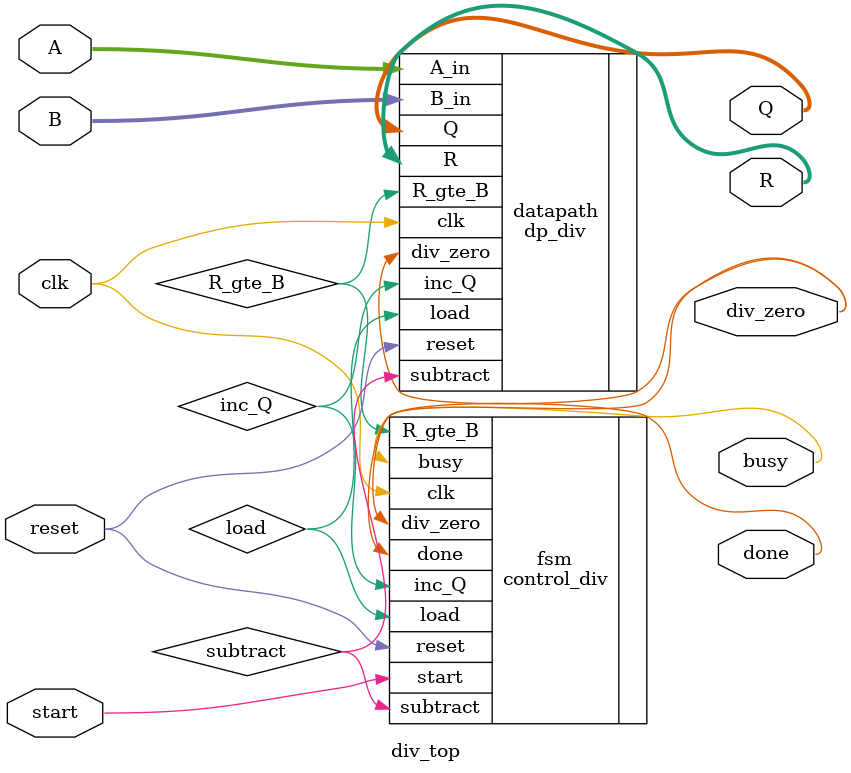
<source format=v>


module div_top (
    input  wire        clk,
    input  wire        reset,
    input  wire        start,
    input  wire [7:0]  A,
    input  wire [7:0]  B,
    output wire [7:0]  Q,
    output wire [7:0]  R,
    output wire        busy,
    output wire        done,
    output wire        div_zero
);

    wire load;
    wire subtract;
    wire inc_Q;
    wire R_gte_B;

    dp_div datapath (
        .clk(clk),
        .reset(reset),
        .A_in(A),
        .B_in(B),
        .load(load),
        .subtract(subtract),
        .inc_Q(inc_Q),
        .Q(Q),
        .R(R),
        .div_zero(div_zero),
        .R_gte_B(R_gte_B)
    );

    control_div fsm (
        .clk(clk),
        .reset(reset),
        .start(start),
        .div_zero(div_zero),
        .R_gte_B(R_gte_B),
        .load(load),
        .subtract(subtract),
        .inc_Q(inc_Q),
        .busy(busy),
        .done(done)
    );

endmodule

</source>
